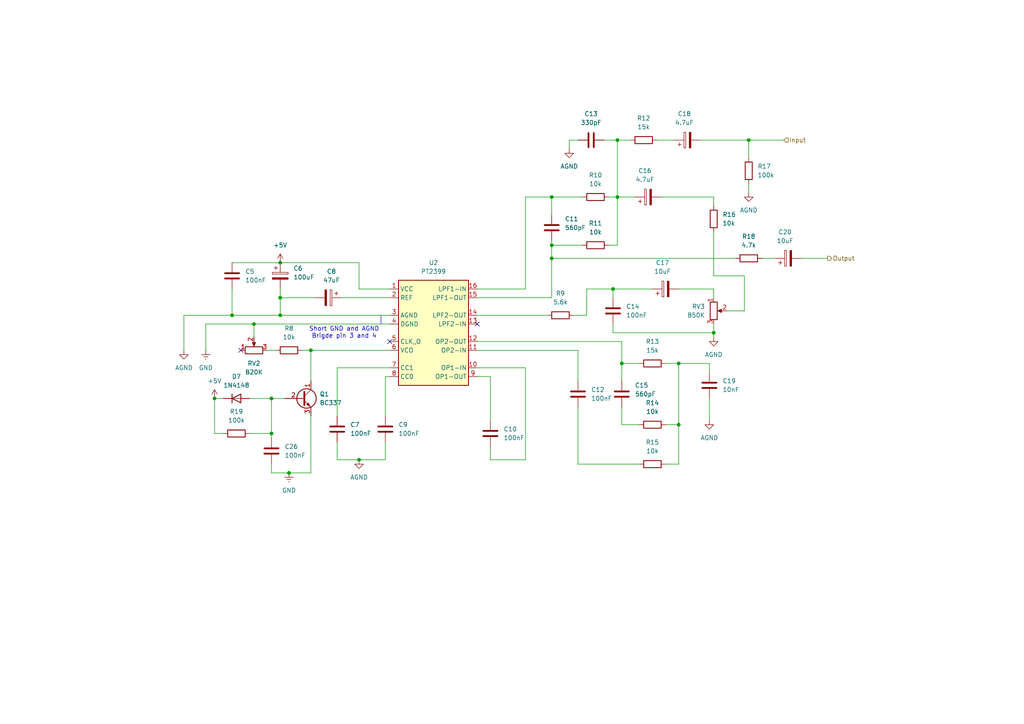
<source format=kicad_sch>
(kicad_sch (version 20250114) (generator "eeschema") (generator_version "9.0")
  (paper "A4")
  (lib_symbols
    (symbol "Audio:PT2399"
      (property "Reference" "U" (at 0 17.78 0))
      (property "Value" "PT2399" (at 0 -17.78 0))
      (symbol "PT2399_0_1"
        (rectangle (start -10.16 15.24) (end 10.16 -15.24) (stroke (width 0.254)) (fill (type background)))
      )
      (symbol "PT2399_1_1"
        (pin power_in line (at -12.7 12.7 0) (length 2.54) (name "VCC") (number "1"))
        (pin passive line (at -12.7 10.16 0) (length 2.54) (name "REF") (number "2"))
        (pin power_in line (at -12.7 5.08 0) (length 2.54) (name "AGND") (number "3"))
        (pin power_in line (at -12.7 2.54 0) (length 2.54) (name "DGND") (number "4"))
        (pin passive line (at -12.7 -2.54 0) (length 2.54) (name "CLK_O") (number "5"))
        (pin passive line (at -12.7 -5.08 0) (length 2.54) (name "VCO") (number "6"))
        (pin passive line (at -12.7 -10.16 0) (length 2.54) (name "CC1") (number "7"))
        (pin passive line (at -12.7 -12.7 0) (length 2.54) (name "CC0") (number "8"))
        (pin input line (at 12.7 12.7 180) (length 2.54) (name "LPF1-IN") (number "16"))
        (pin output line (at 12.7 10.16 180) (length 2.54) (name "LPF1-OUT") (number "15"))
        (pin output line (at 12.7 5.08 180) (length 2.54) (name "LPF2-OUT") (number "14"))
        (pin input line (at 12.7 2.54 180) (length 2.54) (name "LPF2-IN") (number "13"))
        (pin output line (at 12.7 -2.54 180) (length 2.54) (name "OP2-OUT") (number "12"))
        (pin input line (at 12.7 -5.08 180) (length 2.54) (name "OP2-IN") (number "11"))
        (pin input line (at 12.7 -10.16 180) (length 2.54) (name "OP1-IN") (number "10"))
        (pin output line (at 12.7 -12.7 180) (length 2.54) (name "OP1-OUT") (number "9"))
      )
    )
    (symbol "Device:C" (pin_numbers (hide yes)) (pin_names (offset 0.254))
      (property "Reference" "C" (at 0.635 2.54 0))
      (property "Value" "C" (at 0.635 -2.54 0))
      (symbol "C_0_1"
        (polyline (pts (xy -2.032 0.762) (xy 2.032 0.762)) (stroke (width 0.508)))
        (polyline (pts (xy -2.032 -0.762) (xy 2.032 -0.762)) (stroke (width 0.508)))
      )
      (symbol "C_1_1"
        (pin passive line (at 0 3.81 270) (length 2.794) (name "~") (number "1"))
        (pin passive line (at 0 -3.81 90) (length 2.794) (name "~") (number "2"))
      )
    )
    (symbol "Device:C_Polarized" (pin_numbers (hide yes)) (pin_names (offset 0.254))
      (property "Reference" "C" (at 0.635 2.54 0))
      (property "Value" "C_Polarized" (at 0.635 -2.54 0))
      (symbol "C_Polarized_0_1"
        (rectangle (start -2.286 0.508) (end 2.286 1.016))
        (polyline (pts (xy -1.778 2.286) (xy -0.762 2.286)))
        (polyline (pts (xy -1.27 2.794) (xy -1.27 1.778)))
        (rectangle (start 2.286 -0.508) (end -2.286 -1.016) (fill (type outline)))
      )
      (symbol "C_Polarized_1_1"
        (pin passive line (at 0 3.81 270) (length 2.794) (name "~") (number "1"))
        (pin passive line (at 0 -3.81 90) (length 2.794) (name "~") (number "2"))
      )
    )
    (symbol "Device:R" (pin_numbers (hide yes)) (pin_names (offset 0))
      (property "Reference" "R" (at 2.032 0 90))
      (property "Value" "R" (at 0 0 90))
      (symbol "R_0_1"
        (rectangle (start -1.016 -2.54) (end 1.016 2.54) (stroke (width 0.254)))
      )
      (symbol "R_1_1"
        (pin passive line (at 0 3.81 270) (length 1.27) (name "~") (number "1"))
        (pin passive line (at 0 -3.81 90) (length 1.27) (name "~") (number "2"))
      )
    )
    (symbol "Device:R_Potentiometer" (pin_names (offset 1.016) (hide yes))
      (property "Reference" "RV" (at -4.445 0 90))
      (property "Value" "R_Potentiometer" (at -2.54 0 90))
      (symbol "R_Potentiometer_0_1"
        (rectangle (start 1.016 2.54) (end -1.016 -2.54) (stroke (width 0.254)))
        (polyline (pts (xy 1.143 0) (xy 2.286 0.508) (xy 2.286 -0.508) (xy 1.143 0)) (fill (type outline)))
        (polyline (pts (xy 2.54 0) (xy 1.524 0)))
      )
      (symbol "R_Potentiometer_1_1"
        (pin passive line (at 0 3.81 270) (length 1.27) (name "1") (number "1"))
        (pin passive line (at 0 -3.81 90) (length 1.27) (name "3") (number "3"))
        (pin passive line (at 3.81 0 180) (length 1.27) (name "2") (number "2"))
      )
    )
    (symbol "Diode:1N4148" (pin_numbers (hide yes)) (pin_names (hide yes))
      (property "Reference" "D" (at 0 2.54 0))
      (property "Value" "1N4148" (at 0 -2.54 0))
      (symbol "1N4148_0_1"
        (polyline (pts (xy -1.27 1.27) (xy -1.27 -1.27)) (stroke (width 0.254)))
        (polyline (pts (xy 1.27 1.27) (xy 1.27 -1.27) (xy -1.27 0) (xy 1.27 1.27)) (stroke (width 0.254)))
        (polyline (pts (xy 1.27 0) (xy -1.27 0)))
      )
      (symbol "1N4148_1_1"
        (pin passive line (at -3.81 0 0) (length 2.54) (name "K") (number "1"))
        (pin passive line (at 3.81 0 180) (length 2.54) (name "A") (number "2"))
      )
    )
    (symbol "Transistor_BJT:BC337" (pin_names (offset 0) (hide yes))
      (property "Reference" "Q" (at 5.08 1.905 0))
      (property "Value" "BC337" (at 5.08 0 0))
      (symbol "BC337_0_1"
        (polyline (pts (xy 0 0) (xy 0.635 0)))
        (polyline (pts (xy 0.635 1.905) (xy 0.635 -1.905) (xy 0.635 -1.905)) (stroke (width 0.508)))
        (polyline (pts (xy 0.635 0.635) (xy 2.54 2.54)))
        (polyline (pts (xy 0.635 -0.635) (xy 2.54 -2.54) (xy 2.54 -2.54)))
        (circle (center 1.27 0) (radius 2.8194) (stroke (width 0.254)))
        (polyline (pts (xy 1.27 -1.778) (xy 1.778 -1.27) (xy 2.286 -2.286) (xy 1.27 -1.778) (xy 1.27 -1.778)) (fill (type outline)))
      )
      (symbol "BC337_1_1"
        (pin input line (at -5.08 0 0) (length 5.08) (name "B") (number "2"))
        (pin passive line (at 2.54 5.08 270) (length 2.54) (name "C") (number "1"))
        (pin passive line (at 2.54 -5.08 90) (length 2.54) (name "E") (number "3"))
      )
    )
    (symbol "power:+5V" (power) (pin_numbers (hide yes)) (pin_names (offset 0) (hide yes))
      (property "Value" "+5V" (at 0 3.556 0))
      (symbol "+5V_0_1"
        (polyline (pts (xy -0.762 1.27) (xy 0 2.54)))
        (polyline (pts (xy 0 2.54) (xy 0.762 1.27)))
        (polyline (pts (xy 0 0) (xy 0 2.54)))
      )
      (symbol "+5V_1_1"
        (pin power_in line (at 0 0 90) (length 0) (name "~") (number "1"))
      )
    )
    (symbol "power:Earth" (power) (pin_numbers (hide yes)) (pin_names (offset 0) (hide yes))
      (property "Value" "Earth" (at 0 -3.81 0))
      (symbol "Earth_0_1"
        (polyline (pts (xy -0.635 -1.905) (xy 0.635 -1.905)))
        (polyline (pts (xy -0.127 -2.54) (xy 0.127 -2.54)))
        (polyline (pts (xy 0 -1.27) (xy 0 0)))
        (polyline (pts (xy 1.27 -1.27) (xy -1.27 -1.27)))
      )
      (symbol "Earth_1_1"
        (pin power_in line (at 0 0 270) (length 0) (name "~") (number "1"))
      )
    )
    (symbol "power:GND" (power) (pin_numbers (hide yes)) (pin_names (offset 0) (hide yes))
      (property "Value" "GND" (at 0 -3.81 0))
      (symbol "GND_0_1"
        (polyline (pts (xy 0 0) (xy 0 -1.27) (xy 1.27 -1.27) (xy 0 -2.54) (xy -1.27 -1.27) (xy 0 -1.27)))
      )
      (symbol "GND_1_1"
        (pin power_in line (at 0 0 270) (length 0) (name "~") (number "1"))
      )
    )
  )
  (text "Short GND and AGND\nBrigde pin 3 and 4" (at 99.822 96.52 0) (effects (font (size 1.27 1.27))))
  (junction (at 81.28 86.36))
  (junction (at 78.74 115.57))
  (junction (at 81.28 91.44))
  (junction (at 160.02 57.15))
  (junction (at 179.07 40.64))
  (junction (at 180.34 105.41))
  (junction (at 207.01 96.52))
  (junction (at 160.02 71.12))
  (junction (at 160.02 74.93))
  (junction (at 62.23 115.57))
  (junction (at 90.17 101.6))
  (junction (at 177.8 83.82))
  (junction (at 196.85 123.19))
  (junction (at 73.66 93.98))
  (junction (at 179.07 57.15))
  (junction (at 104.14 133.35))
  (junction (at 81.28 76.2))
  (junction (at 217.17 40.64))
  (junction (at 83.82 137.16))
  (junction (at 67.31 91.44))
  (junction (at 78.74 125.73))
  (junction (at 196.85 105.41))
  (no_connect (at 69.85 101.6))
  (no_connect (at 113.03 99.06))
  (no_connect (at 138.43 93.98))
  (wire (pts (xy 59.69 93.98) (xy 73.66 93.98)))
  (wire (pts (xy 205.74 105.41) (xy 205.74 107.95)))
  (wire (pts (xy 53.34 101.6) (xy 53.34 91.44)))
  (wire (pts (xy 196.85 105.41) (xy 196.85 123.19)))
  (wire (pts (xy 99.06 86.36) (xy 113.03 86.36)))
  (wire (pts (xy 64.77 115.57) (xy 62.23 115.57)))
  (wire (pts (xy 62.23 125.73) (xy 64.77 125.73)))
  (wire (pts (xy 97.79 106.68) (xy 113.03 106.68)))
  (wire (pts (xy 78.74 115.57) (xy 78.74 125.73)))
  (wire (pts (xy 207.01 96.52) (xy 207.01 93.98)))
  (wire (pts (xy 73.66 93.98) (xy 113.03 93.98)))
  (wire (pts (xy 179.07 71.12) (xy 179.07 57.15)))
  (wire (pts (xy 167.64 134.62) (xy 185.42 134.62)))
  (wire (pts (xy 87.63 101.6) (xy 90.17 101.6)))
  (wire (pts (xy 179.07 57.15) (xy 184.15 57.15)))
  (wire (pts (xy 175.26 40.64) (xy 179.07 40.64)))
  (wire (pts (xy 113.03 83.82) (xy 104.14 83.82)))
  (wire (pts (xy 207.01 97.79) (xy 207.01 96.52)))
  (wire (pts (xy 142.24 109.22) (xy 142.24 121.92)))
  (wire (pts (xy 215.9 90.17) (xy 215.9 80.01)))
  (wire (pts (xy 73.66 97.79) (xy 73.66 93.98)))
  (wire (pts (xy 97.79 128.27) (xy 97.79 133.35)))
  (wire (pts (xy 111.76 120.65) (xy 111.76 109.22)))
  (wire (pts (xy 142.24 129.54) (xy 142.24 133.35)))
  (wire (pts (xy 160.02 71.12) (xy 160.02 74.93)))
  (wire (pts (xy 59.69 101.6) (xy 59.69 93.98)))
  (wire (pts (xy 160.02 71.12) (xy 168.91 71.12)))
  (wire (pts (xy 165.1 40.64) (xy 167.64 40.64)))
  (wire (pts (xy 170.18 83.82) (xy 177.8 83.82)))
  (wire (pts (xy 179.07 40.64) (xy 179.07 57.15)))
  (wire (pts (xy 205.74 105.41) (xy 196.85 105.41)))
  (wire (pts (xy 207.01 80.01) (xy 207.01 67.31)))
  (wire (pts (xy 90.17 101.6) (xy 90.17 110.49)))
  (wire (pts (xy 170.18 91.44) (xy 170.18 83.82)))
  (wire (pts (xy 81.28 91.44) (xy 67.31 91.44)))
  (wire (pts (xy 111.76 133.35) (xy 111.76 128.27)))
  (wire (pts (xy 180.34 105.41) (xy 180.34 110.49)))
  (wire (pts (xy 78.74 134.62) (xy 78.74 137.16)))
  (wire (pts (xy 160.02 57.15) (xy 160.02 62.23)))
  (wire (pts (xy 217.17 40.64) (xy 217.17 45.72)))
  (polyline (pts (xy 110.49 91.44) (xy 110.49 93.98)))
  (wire (pts (xy 83.82 137.16) (xy 90.17 137.16)))
  (wire (pts (xy 193.04 123.19) (xy 196.85 123.19)))
  (wire (pts (xy 81.28 86.36) (xy 81.28 91.44)))
  (wire (pts (xy 78.74 137.16) (xy 83.82 137.16)))
  (wire (pts (xy 179.07 40.64) (xy 182.88 40.64)))
  (wire (pts (xy 177.8 96.52) (xy 207.01 96.52)))
  (wire (pts (xy 72.39 125.73) (xy 78.74 125.73)))
  (wire (pts (xy 90.17 101.6) (xy 113.03 101.6)))
  (wire (pts (xy 177.8 83.82) (xy 177.8 86.36)))
  (wire (pts (xy 53.34 91.44) (xy 67.31 91.44)))
  (wire (pts (xy 78.74 115.57) (xy 82.55 115.57)))
  (wire (pts (xy 104.14 83.82) (xy 104.14 76.2)))
  (wire (pts (xy 167.64 101.6) (xy 138.43 101.6)))
  (wire (pts (xy 138.43 99.06) (xy 180.34 99.06)))
  (wire (pts (xy 166.37 91.44) (xy 170.18 91.44)))
  (wire (pts (xy 152.4 83.82) (xy 152.4 57.15)))
  (wire (pts (xy 177.8 83.82) (xy 189.23 83.82)))
  (wire (pts (xy 138.43 83.82) (xy 152.4 83.82)))
  (wire (pts (xy 217.17 55.88) (xy 217.17 53.34)))
  (wire (pts (xy 205.74 115.57) (xy 205.74 121.92)))
  (wire (pts (xy 142.24 133.35) (xy 152.4 133.35)))
  (wire (pts (xy 207.01 83.82) (xy 207.01 86.36)))
  (wire (pts (xy 62.23 115.57) (xy 62.23 125.73)))
  (wire (pts (xy 138.43 91.44) (xy 158.75 91.44)))
  (wire (pts (xy 217.17 40.64) (xy 227.33 40.64)))
  (wire (pts (xy 191.77 57.15) (xy 207.01 57.15)))
  (wire (pts (xy 180.34 118.11) (xy 180.34 123.19)))
  (wire (pts (xy 180.34 123.19) (xy 185.42 123.19)))
  (wire (pts (xy 177.8 93.98) (xy 177.8 96.52)))
  (wire (pts (xy 160.02 86.36) (xy 138.43 86.36)))
  (wire (pts (xy 81.28 83.82) (xy 81.28 86.36)))
  (wire (pts (xy 72.39 115.57) (xy 78.74 115.57)))
  (wire (pts (xy 152.4 57.15) (xy 160.02 57.15)))
  (wire (pts (xy 160.02 74.93) (xy 160.02 86.36)))
  (wire (pts (xy 81.28 86.36) (xy 91.44 86.36)))
  (wire (pts (xy 220.98 74.93) (xy 224.79 74.93)))
  (wire (pts (xy 167.64 101.6) (xy 167.64 110.49)))
  (wire (pts (xy 196.85 134.62) (xy 196.85 123.19)))
  (wire (pts (xy 203.2 40.64) (xy 217.17 40.64)))
  (wire (pts (xy 176.53 57.15) (xy 179.07 57.15)))
  (wire (pts (xy 160.02 69.85) (xy 160.02 71.12)))
  (wire (pts (xy 152.4 106.68) (xy 138.43 106.68)))
  (wire (pts (xy 215.9 80.01) (xy 207.01 80.01)))
  (wire (pts (xy 185.42 105.41) (xy 180.34 105.41)))
  (wire (pts (xy 167.64 134.62) (xy 167.64 118.11)))
  (wire (pts (xy 207.01 57.15) (xy 207.01 59.69)))
  (wire (pts (xy 104.14 133.35) (xy 111.76 133.35)))
  (wire (pts (xy 67.31 76.2) (xy 81.28 76.2)))
  (wire (pts (xy 168.91 57.15) (xy 160.02 57.15)))
  (wire (pts (xy 193.04 134.62) (xy 196.85 134.62)))
  (wire (pts (xy 111.76 109.22) (xy 113.03 109.22)))
  (wire (pts (xy 97.79 120.65) (xy 97.79 106.68)))
  (wire (pts (xy 138.43 109.22) (xy 142.24 109.22)))
  (wire (pts (xy 90.17 137.16) (xy 90.17 120.65)))
  (wire (pts (xy 176.53 71.12) (xy 179.07 71.12)))
  (wire (pts (xy 104.14 76.2) (xy 81.28 76.2)))
  (wire (pts (xy 160.02 74.93) (xy 213.36 74.93)))
  (wire (pts (xy 232.41 74.93) (xy 240.03 74.93)))
  (wire (pts (xy 210.82 90.17) (xy 215.9 90.17)))
  (wire (pts (xy 190.5 40.64) (xy 195.58 40.64)))
  (wire (pts (xy 77.47 101.6) (xy 80.01 101.6)))
  (wire (pts (xy 78.74 125.73) (xy 78.74 127)))
  (wire (pts (xy 196.85 83.82) (xy 207.01 83.82)))
  (wire (pts (xy 67.31 91.44) (xy 67.31 83.82)))
  (wire (pts (xy 113.03 91.44) (xy 81.28 91.44)))
  (wire (pts (xy 196.85 105.41) (xy 193.04 105.41)))
  (wire (pts (xy 97.79 133.35) (xy 104.14 133.35)))
  (wire (pts (xy 180.34 99.06) (xy 180.34 105.41)))
  (wire (pts (xy 165.1 43.18) (xy 165.1 40.64)))
  (wire (pts (xy 152.4 133.35) (xy 152.4 106.68)))
  (hierarchical_label "Output" (shape output) (at 240.03 74.93 0))
  (hierarchical_label "Input" (shape input) (at 227.33 40.64 0))
  (symbol (lib_id "Device:C") (at 160.02 66.04 180) (unit 1)
    (property "Reference" "C11" (at 163.83 63.4999 0) (effects (justify right)))
    (property "Value" "560pF" (at 163.83 66.0399 0) (effects (justify right)))
    (property "Footprint" "Capacitor_THT:C_Rect_L4.0mm_W2.5mm_P2.50mm" (effects (hide yes)))
    (property "Description" "Unpolarized capacitor" (effects (hide yes)))
  )
  (symbol (lib_id "Device:R") (at 162.56 91.44 90) (unit 1)
    (property "Reference" "R9" (at 162.56 85.09 90))
    (property "Value" "5.6k" (at 162.56 87.63 90))
    (property "Footprint" "Resistor_THT:R_Axial_DIN0207_L6.3mm_D2.5mm_P7.62mm_Horizontal" (effects (hide yes)))
    (property "Description" "Resistor" (effects (hide yes)))
  )
  (symbol (lib_id "Device:C") (at 167.64 114.3 0) (unit 1)
    (property "Reference" "C12" (at 171.45 113.0299 0) (effects (justify left)))
    (property "Value" "100nF" (at 171.45 115.5699 0) (effects (justify left)))
    (property "Footprint" "Capacitor_THT:C_Rect_L4.0mm_W2.5mm_P2.50mm" (effects (hide yes)))
    (property "Description" "Unpolarized capacitor" (effects (hide yes)))
  )
  (symbol (lib_id "Device:R") (at 189.23 134.62 90) (unit 1)
    (property "Reference" "R15" (at 189.23 128.27 90))
    (property "Value" "10k" (at 189.23 130.81 90))
    (property "Footprint" "Resistor_THT:R_Axial_DIN0207_L6.3mm_D2.5mm_P7.62mm_Horizontal" (effects (hide yes)))
    (property "Description" "Resistor" (effects (hide yes)))
  )
  (symbol (lib_id "Device:C") (at 67.31 80.01 0) (unit 1)
    (property "Reference" "C5" (at 71.12 78.7399 0) (effects (justify left)))
    (property "Value" "100nF" (at 71.12 81.2799 0) (effects (justify left)))
    (property "Footprint" "Capacitor_THT:C_Rect_L4.0mm_W2.5mm_P2.50mm" (effects (hide yes)))
    (property "Description" "Unpolarized capacitor" (effects (hide yes)))
  )
  (symbol (lib_id "Device:R") (at 172.72 57.15 90) (unit 1)
    (property "Reference" "R10" (at 172.72 50.8 90))
    (property "Value" "10k" (at 172.72 53.34 90))
    (property "Footprint" "Resistor_THT:R_Axial_DIN0207_L6.3mm_D2.5mm_P7.62mm_Horizontal" (effects (hide yes)))
    (property "Description" "Resistor" (effects (hide yes)))
  )
  (symbol (lib_id "Device:R_Potentiometer") (at 207.01 90.17 0) (unit 1)
    (property "Reference" "RV3" (at 204.47 88.8999 0) (effects (justify right)))
    (property "Value" "B50K" (at 204.47 91.4399 0) (effects (justify right)))
    (property "Footprint" "Potentiometer_THT:Potentiometer_Vishay_148-149_Single_Horizontal" (effects (hide yes)))
    (property "Description" "Potentiometer" (effects (hide yes)))
  )
  (symbol (lib_id "Device:C") (at 111.76 124.46 0) (unit 1)
    (property "Reference" "C9" (at 115.57 123.1899 0) (effects (justify left)))
    (property "Value" "100nF" (at 115.57 125.7299 0) (effects (justify left)))
    (property "Footprint" "Capacitor_THT:C_Rect_L4.0mm_W2.5mm_P2.50mm" (effects (hide yes)))
    (property "Description" "Unpolarized capacitor" (effects (hide yes)))
  )
  (symbol (lib_id "Device:R") (at 189.23 105.41 90) (unit 1)
    (property "Reference" "R13" (at 189.23 99.06 90))
    (property "Value" "15k" (at 189.23 101.6 90))
    (property "Footprint" "Resistor_THT:R_Axial_DIN0207_L6.3mm_D2.5mm_P7.62mm_Horizontal" (effects (hide yes)))
    (property "Description" "Resistor" (effects (hide yes)))
  )
  (symbol (lib_id "Device:R") (at 186.69 40.64 90) (unit 1)
    (property "Reference" "R12" (at 186.69 34.29 90))
    (property "Value" "15k" (at 186.69 36.83 90))
    (property "Footprint" "Resistor_THT:R_Axial_DIN0207_L6.3mm_D2.5mm_P7.62mm_Horizontal" (effects (hide yes)))
    (property "Description" "Resistor" (effects (hide yes)))
  )
  (symbol (lib_id "Device:C") (at 205.74 111.76 0) (unit 1)
    (property "Reference" "C19" (at 209.55 110.4899 0) (effects (justify left)))
    (property "Value" "10nF" (at 209.55 113.0299 0) (effects (justify left)))
    (property "Footprint" "Capacitor_THT:C_Rect_L4.0mm_W2.5mm_P2.50mm" (effects (hide yes)))
    (property "Description" "Unpolarized capacitor" (effects (hide yes)))
  )
  (symbol (lib_id "Device:C") (at 177.8 90.17 180) (unit 1)
    (property "Reference" "C14" (at 181.61 88.8999 0) (effects (justify right)))
    (property "Value" "100nF" (at 181.61 91.4399 0) (effects (justify right)))
    (property "Footprint" "Capacitor_THT:C_Rect_L4.0mm_W2.5mm_P2.50mm" (effects (hide yes)))
    (property "Description" "Unpolarized capacitor" (effects (hide yes)))
  )
  (symbol (lib_id "Audio:PT2399") (at 125.73 96.52 0) (unit 1)
    (property "Reference" "U2" (at 125.73 76.2 0))
    (property "Value" "PT2399" (at 125.73 78.74 0))
    (property "Footprint" "Package_DIP:DIP-16_W7.62mm" (effects (hide yes)))
    (property "Datasheet" "http://www.princeton.com.tw/Portals/0/Product/PT2399_1.pdf" (effects (hide yes)))
    (property "Description" "Echo Processor IC, DIP-16" (effects (hide yes)))
  )
  (symbol (lib_id "Device:C_Polarized") (at 199.39 40.64 90) (unit 1)
    (property "Reference" "C18" (at 198.501 33.02 90))
    (property "Value" "4.7uF" (at 198.501 35.56 90))
    (property "Footprint" "Capacitor_THT:CP_Radial_D5.0mm_P2.00mm" (effects (hide yes)))
    (property "Description" "Polarized capacitor" (effects (hide yes)))
  )
  (symbol (lib_id "Diode:1N4148") (at 68.58 115.57 0) (unit 1)
    (property "Reference" "D7" (at 68.58 109.22 0))
    (property "Value" "1N4148" (at 68.58 111.76 0))
    (property "Footprint" "Diode_THT:D_DO-35_SOD27_P7.62mm_Horizontal" (effects (hide yes)))
    (property "Datasheet" "https://assets.nexperia.com/documents/data-sheet/1N4148_1N4448.pdf" (effects (hide yes)))
    (property "Description" "100V 0.15A standard switching diode, DO-35" (effects (hide yes)))
    (property "Sim.Device" "D" (effects (hide yes)))
    (property "Sim.Pins" "1=K 2=A" (effects (hide yes)))
  )
  (symbol (lib_id "Device:C_Polarized") (at 187.96 57.15 90) (unit 1)
    (property "Reference" "C16" (at 187.071 49.53 90))
    (property "Value" "4.7uF" (at 187.071 52.07 90))
    (property "Footprint" "Capacitor_THT:CP_Radial_D5.0mm_P2.00mm" (effects (hide yes)))
    (property "Description" "Polarized capacitor" (effects (hide yes)))
  )
  (symbol (lib_id "power:GND") (at 207.01 97.79 0) (unit 1)
    (property "Reference" "#PWR010" (effects (hide yes)))
    (property "Value" "AGND" (at 207.01 102.87 0))
    (property "Description" "Power symbol creates a global label with name \"GND\" , ground" (effects (hide yes)))
  )
  (symbol (lib_id "power:GND") (at 104.14 133.35 0) (unit 1)
    (property "Reference" "#PWR07" (effects (hide yes)))
    (property "Value" "AGND" (at 104.14 138.43 0))
    (property "Description" "Power symbol creates a global label with name \"GND\" , ground" (effects (hide yes)))
  )
  (symbol (lib_id "power:Earth") (at 59.69 101.6 0) (unit 1)
    (property "Reference" "#PWR05" (effects (hide yes)))
    (property "Value" "GND" (at 59.69 106.68 0))
    (property "Description" "Power symbol creates a global label with name \"Earth\"" (effects (hide yes)))
  )
  (symbol (lib_id "Device:R") (at 68.58 125.73 270) (unit 1)
    (property "Reference" "R19" (at 68.58 119.38 90))
    (property "Value" "100k" (at 68.58 121.92 90))
    (property "Footprint" "Resistor_THT:R_Axial_DIN0207_L6.3mm_D2.5mm_P7.62mm_Horizontal" (effects (hide yes)))
    (property "Description" "Resistor" (effects (hide yes)))
  )
  (symbol (lib_id "Device:C") (at 171.45 40.64 90) (unit 1)
    (property "Reference" "C13" (at 171.45 33.02 90))
    (property "Value" "330pF" (at 171.45 35.56 90))
    (property "Footprint" "Capacitor_THT:C_Rect_L4.0mm_W2.5mm_P2.50mm" (effects (hide yes)))
    (property "Description" "Unpolarized capacitor" (effects (hide yes)))
  )
  (symbol (lib_id "Device:R") (at 217.17 49.53 180) (unit 1)
    (property "Reference" "R17" (at 219.71 48.2599 0) (effects (justify right)))
    (property "Value" "100k" (at 219.71 50.7999 0) (effects (justify right)))
    (property "Footprint" "Resistor_THT:R_Axial_DIN0207_L6.3mm_D2.5mm_P7.62mm_Horizontal" (effects (hide yes)))
    (property "Description" "Resistor" (effects (hide yes)))
  )
  (symbol (lib_id "power:Earth") (at 83.82 137.16 0) (unit 1)
    (property "Reference" "#PWR022" (effects (hide yes)))
    (property "Value" "GND" (at 83.82 142.24 0))
    (property "Description" "Power symbol creates a global label with name \"Earth\"" (effects (hide yes)))
  )
  (symbol (lib_id "power:GND") (at 217.17 55.88 0) (unit 1)
    (property "Reference" "#PWR011" (effects (hide yes)))
    (property "Value" "AGND" (at 217.17 60.96 0))
    (property "Description" "Power symbol creates a global label with name \"GND\" , ground" (effects (hide yes)))
  )
  (symbol (lib_id "Device:R") (at 189.23 123.19 90) (unit 1)
    (property "Reference" "R14" (at 189.23 116.84 90))
    (property "Value" "10k" (at 189.23 119.38 90))
    (property "Footprint" "Resistor_THT:R_Axial_DIN0207_L6.3mm_D2.5mm_P7.62mm_Horizontal" (effects (hide yes)))
    (property "Description" "Resistor" (effects (hide yes)))
  )
  (symbol (lib_id "Device:R_Potentiometer") (at 73.66 101.6 90) (unit 1)
    (property "Reference" "RV2" (at 73.66 105.41 90))
    (property "Value" "B20K" (at 73.66 107.95 90))
    (property "Footprint" "Potentiometer_THT:Potentiometer_Vishay_148-149_Single_Horizontal" (effects (hide yes)))
    (property "Description" "Potentiometer" (effects (hide yes)))
  )
  (symbol (lib_id "power:GND") (at 165.1 43.18 0) (unit 1)
    (property "Reference" "#PWR08" (effects (hide yes)))
    (property "Value" "AGND" (at 165.1 48.26 0))
    (property "Description" "Power symbol creates a global label with name \"GND\" , ground" (effects (hide yes)))
  )
  (symbol (lib_id "Device:R") (at 172.72 71.12 90) (unit 1)
    (property "Reference" "R11" (at 172.72 64.77 90))
    (property "Value" "10k" (at 172.72 67.31 90))
    (property "Footprint" "Resistor_THT:R_Axial_DIN0207_L6.3mm_D2.5mm_P7.62mm_Horizontal" (effects (hide yes)))
    (property "Description" "Resistor" (effects (hide yes)))
  )
  (symbol (lib_id "power:+5V") (at 62.23 115.57 0) (unit 1)
    (property "Reference" "#PWR023" (effects (hide yes)))
    (property "Value" "+5V" (at 62.23 110.49 0))
    (property "Description" "Power symbol creates a global label with name \"+5V\"" (effects (hide yes)))
  )
  (symbol (lib_id "power:GND") (at 53.34 101.6 0) (unit 1)
    (property "Reference" "#PWR04" (effects (hide yes)))
    (property "Value" "AGND" (at 53.34 106.68 0))
    (property "Description" "Power symbol creates a global label with name \"GND\" , ground" (effects (hide yes)))
  )
  (symbol (lib_id "Device:C_Polarized") (at 95.25 86.36 270) (unit 1)
    (property "Reference" "C8" (at 96.139 78.74 90))
    (property "Value" "47uF" (at 96.139 81.28 90))
    (property "Footprint" "Capacitor_THT:CP_Radial_D5.0mm_P2.50mm" (effects (hide yes)))
    (property "Description" "Polarized capacitor" (effects (hide yes)))
  )
  (symbol (lib_id "Device:C_Polarized") (at 81.28 80.01 0) (unit 1)
    (property "Reference" "C6" (at 85.09 77.8509 0) (effects (justify left)))
    (property "Value" "100uF" (at 85.09 80.3909 0) (effects (justify left)))
    (property "Footprint" "Capacitor_THT:CP_Radial_D8.0mm_P5.00mm" (effects (hide yes)))
    (property "Description" "Polarized capacitor" (effects (hide yes)))
  )
  (symbol (lib_id "Device:C_Polarized") (at 193.04 83.82 90) (unit 1)
    (property "Reference" "C17" (at 192.151 76.2 90))
    (property "Value" "10uF" (at 192.151 78.74 90))
    (property "Footprint" "Capacitor_THT:CP_Radial_D5.0mm_P2.00mm" (effects (hide yes)))
    (property "Description" "Polarized capacitor" (effects (hide yes)))
  )
  (symbol (lib_id "Device:R") (at 207.01 63.5 180) (unit 1)
    (property "Reference" "R16" (at 209.55 62.2299 0) (effects (justify right)))
    (property "Value" "10k" (at 209.55 64.7699 0) (effects (justify right)))
    (property "Footprint" "Resistor_THT:R_Axial_DIN0207_L6.3mm_D2.5mm_P7.62mm_Horizontal" (effects (hide yes)))
    (property "Description" "Resistor" (effects (hide yes)))
  )
  (symbol (lib_id "Device:C_Polarized") (at 228.6 74.93 90) (unit 1)
    (property "Reference" "C20" (at 227.711 67.31 90))
    (property "Value" "10uF" (at 227.711 69.85 90))
    (property "Footprint" "Capacitor_THT:CP_Radial_D5.0mm_P2.00mm" (effects (hide yes)))
    (property "Description" "Polarized capacitor" (effects (hide yes)))
  )
  (symbol (lib_id "Device:C") (at 180.34 114.3 180) (unit 1)
    (property "Reference" "C15" (at 184.15 111.7599 0) (effects (justify right)))
    (property "Value" "560pF" (at 184.15 114.2999 0) (effects (justify right)))
    (property "Footprint" "Capacitor_THT:C_Rect_L4.0mm_W2.5mm_P2.50mm" (effects (hide yes)))
    (property "Description" "Unpolarized capacitor" (effects (hide yes)))
  )
  (symbol (lib_id "Device:C") (at 78.74 130.81 0) (unit 1)
    (property "Reference" "C26" (at 82.55 129.5399 0) (effects (justify left)))
    (property "Value" "100nF" (at 82.55 132.0799 0) (effects (justify left)))
    (property "Footprint" "Capacitor_THT:C_Rect_L4.0mm_W2.5mm_P2.50mm" (effects (hide yes)))
    (property "Description" "Unpolarized capacitor" (effects (hide yes)))
  )
  (symbol (lib_id "power:+5V") (at 81.28 76.2 0) (unit 1)
    (property "Reference" "#PWR06" (effects (hide yes)))
    (property "Value" "+5V" (at 81.28 71.12 0))
    (property "Description" "Power symbol creates a global label with name \"+5V\"" (effects (hide yes)))
  )
  (symbol (lib_id "Device:R") (at 217.17 74.93 90) (unit 1)
    (property "Reference" "R18" (at 217.17 68.58 90))
    (property "Value" "4.7k" (at 217.17 71.12 90))
    (property "Footprint" "Resistor_THT:R_Axial_DIN0207_L6.3mm_D2.5mm_P7.62mm_Horizontal" (effects (hide yes)))
    (property "Description" "Resistor" (effects (hide yes)))
  )
  (symbol (lib_id "Device:R") (at 83.82 101.6 90) (unit 1)
    (property "Reference" "R8" (at 83.82 95.25 90))
    (property "Value" "10k" (at 83.82 97.79 90))
    (property "Footprint" "Resistor_THT:R_Axial_DIN0207_L6.3mm_D2.5mm_P7.62mm_Horizontal" (effects (hide yes)))
    (property "Description" "Resistor" (effects (hide yes)))
  )
  (symbol (lib_id "power:GND") (at 205.74 121.92 0) (unit 1)
    (property "Reference" "#PWR09" (effects (hide yes)))
    (property "Value" "AGND" (at 205.74 127 0))
    (property "Description" "Power symbol creates a global label with name \"GND\" , ground" (effects (hide yes)))
  )
  (symbol (lib_id "Transistor_BJT:BC337") (at 87.63 115.57 0) (unit 1)
    (property "Reference" "Q1" (at 92.71 114.2999 0) (effects (justify left)))
    (property "Value" "BC337" (at 92.71 116.8399 0) (effects (justify left)))
    (property "Footprint" "Package_TO_SOT_THT:TO-92_Inline" (effects (hide yes)))
    (property "Datasheet" "https://diotec.com/tl_files/diotec/files/pdf/datasheets/bc337.pdf" (effects (hide yes)))
    (property "Description" "0.8A Ic, 45V Vce, NPN Transistor, TO-92" (effects (hide yes)))
  )
  (symbol (lib_id "Device:C") (at 142.24 125.73 0) (unit 1)
    (property "Reference" "C10" (at 146.05 124.4599 0) (effects (justify left)))
    (property "Value" "100nF" (at 146.05 126.9999 0) (effects (justify left)))
    (property "Footprint" "Capacitor_THT:C_Rect_L4.0mm_W2.5mm_P2.50mm" (effects (hide yes)))
    (property "Description" "Unpolarized capacitor" (effects (hide yes)))
  )
  (symbol (lib_id "Device:C") (at 97.79 124.46 0) (unit 1)
    (property "Reference" "C7" (at 101.6 123.1899 0) (effects (justify left)))
    (property "Value" "100nF" (at 101.6 125.7299 0) (effects (justify left)))
    (property "Footprint" "Capacitor_THT:C_Rect_L4.0mm_W2.5mm_P2.50mm" (effects (hide yes)))
    (property "Description" "Unpolarized capacitor" (effects (hide yes)))
  )
)
</source>
